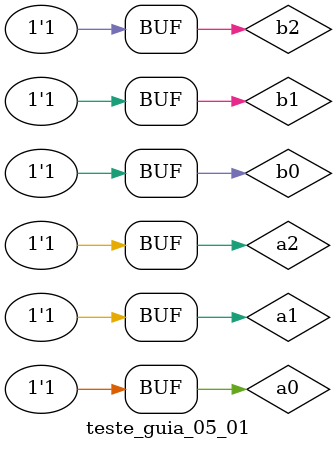
<source format=v>



module meia_soma (s0, s1, a, b);
	
	input   a, b;
	output s0, s1;
	
		// instancia	
	xor XOR1(s0,a, b);
	and AND1(s1, a, b);
	
endmodule // meia_soma


// --------------------------
// -- soma completa de 1 bit
// --------------------------

module soma_completa_1bit (s0, s1, a, b, c);
	
		// operador de soma completa de 1 bit
	
	input   a, b, c;
	output s0, s1;
	
	wire sa1, sa2, sa3;
	
		// instancia	
	meia_soma MEIA1 (sa1, sa2, a, b);
	meia_soma MEIA2 (s0, sa3, sa1, c);
	or OR1 (s1, sa2, sa3);
	
endmodule // soma_completa_1bit


// ----------------------------
// -- soma completa de 3 bits
// ----------------------------

module soma_completa_3bit (s0, s1, s2, s3, a0, a1, a2, b0, b1, b2);
	
		// operador de soma completa de 3 bits
	
	input   a0, a1, a2, b0, b1, b2;
	output s0, s1, s2, s3;
	
	wire sa1, sa2;
	
		// instancia	
	soma_completa_1bit SC1(s0, sa1, a0, b0, 0);
	soma_completa_1bit SC2(s1, sa2, a1, b1, sa1);
	soma_completa_1bit SC3(s2, s3, a2, b2, sa2);
	
endmodule // soma_completa_3bit


// ---------------------
// -- guia 05_01 teste
// ---------------------


module teste_guia_05_01;

	reg a0, a1, a2, b0, b1, b2;
	wire s0, s1, s2, s3;
	
		// instancia
	soma_completa_3bit SOMAC3B (s0, s1, s2, s3, a0, a1, a2, b0, b1, b2);

	initial begin:start
		a0=0; a1=0; a2=0; b0=0; b1=0; b2=0;
	end

		// parte principal
	initial begin:main
		$display("Guia 05_01 - Mariana Ramos de Brito - 405820");
		$display("Teste do operador de soma completa de numeros com 3 bits cada.\n");
		$display("a2a1a0 + b2b1b0 = s3s2s1s0\n");
		$monitor("%b%b%b + %b%b%b = %b%b%b%b\n", a2, a1, a0, b2, b1, b0, s3, s2, s1, s0);
		
		#1 a2=0; a1=0; a0=1; b2=0; b1=0; b0=0;
		#1 a2=0; a1=1; a0=0; b2=0; b1=0; b0=0;
		#1 a2=0; a1=1; a0=1; b2=0; b1=0; b0=0;
		#1 a2=1; a1=0; a0=0; b2=0; b1=0; b0=0;
		#1 a2=1; a1=0; a0=1; b2=0; b1=0; b0=0;
		#1 a2=1; a1=1; a0=0; b2=0; b1=0; b0=0;
		#1 a2=1; a1=1; a0=1; b2=0; b1=0; b0=0;
		
		#1 a2=0; a1=0; a0=0; b2=0; b1=0; b0=1;
		#1 a2=0; a1=0; a0=1; b2=0; b1=0; b0=1;
		#1 a2=0; a1=1; a0=0; b2=0; b1=0; b0=1;
		#1 a2=0; a1=1; a0=1; b2=0; b1=0; b0=1;
		#1 a2=1; a1=0; a0=0; b2=0; b1=0; b0=1;
		#1 a2=1; a1=0; a0=1; b2=0; b1=0; b0=1;
		#1 a2=1; a1=1; a0=0; b2=0; b1=0; b0=1;
		#1 a2=1; a1=1; a0=1; b2=0; b1=0; b0=1;
		
		#1 a2=0; a1=0; a0=0; b2=0; b1=1; b0=0;
		#1 a2=0; a1=0; a0=1; b2=0; b1=1; b0=0;
		#1 a2=0; a1=1; a0=0; b2=0; b1=1; b0=0;
		#1 a2=0; a1=1; a0=1; b2=0; b1=1; b0=0;
		#1 a2=1; a1=0; a0=0; b2=0; b1=1; b0=0;
		#1 a2=1; a1=0; a0=1; b2=0; b1=1; b0=0;
		#1 a2=1; a1=1; a0=0; b2=0; b1=1; b0=0;
		#1 a2=1; a1=1; a0=1; b2=0; b1=1; b0=0;
		
		#1 a2=0; a1=0; a0=0; b2=0; b1=1; b0=1;
		#1 a2=0; a1=0; a0=1; b2=0; b1=1; b0=1;
		#1 a2=0; a1=1; a0=0; b2=0; b1=1; b0=1;
		#1 a2=0; a1=1; a0=1; b2=0; b1=1; b0=1;
		#1 a2=1; a1=0; a0=0; b2=0; b1=1; b0=1;
		#1 a2=1; a1=0; a0=1; b2=0; b1=1; b0=1;
		#1 a2=1; a1=1; a0=0; b2=0; b1=1; b0=1;
		#1 a2=1; a1=1; a0=1; b2=0; b1=1; b0=1;
		
		#1 a2=0; a1=0; a0=0; b2=1; b1=0; b0=0;
		#1 a2=0; a1=0; a0=1; b2=1; b1=0; b0=0;
		#1 a2=0; a1=1; a0=0; b2=1; b1=0; b0=0;
		#1 a2=0; a1=1; a0=1; b2=1; b1=0; b0=0;
		#1 a2=1; a1=0; a0=0; b2=1; b1=0; b0=0;
		#1 a2=1; a1=0; a0=1; b2=1; b1=0; b0=0;
		#1 a2=1; a1=1; a0=0; b2=1; b1=0; b0=0;
		#1 a2=1; a1=1; a0=1; b2=1; b1=0; b0=0;
		
		#1 a2=0; a1=0; a0=0; b2=1; b1=0; b0=1;
		#1 a2=0; a1=0; a0=1; b2=1; b1=0; b0=1;
		#1 a2=0; a1=1; a0=0; b2=1; b1=0; b0=1;
		#1 a2=0; a1=1; a0=1; b2=1; b1=0; b0=1;
		#1 a2=1; a1=0; a0=0; b2=1; b1=0; b0=1;
		#1 a2=1; a1=0; a0=1; b2=1; b1=0; b0=1;
		#1 a2=1; a1=1; a0=0; b2=1; b1=0; b0=1;
		#1 a2=1; a1=1; a0=1; b2=1; b1=0; b0=1;
		
		#1 a2=0; a1=0; a0=0; b2=1; b1=1; b0=0;
		#1 a2=0; a1=0; a0=1; b2=1; b1=1; b0=0;
		#1 a2=0; a1=1; a0=0; b2=1; b1=1; b0=0;
		#1 a2=0; a1=1; a0=1; b2=1; b1=1; b0=0;
		#1 a2=1; a1=0; a0=0; b2=1; b1=1; b0=0;
		#1 a2=1; a1=0; a0=1; b2=1; b1=1; b0=0;
		#1 a2=1; a1=1; a0=0; b2=1; b1=1; b0=0;
		#1 a2=1; a1=1; a0=1; b2=1; b1=1; b0=0;
		
		#1 a2=0; a1=0; a0=0; b2=1; b1=1; b0=1;
		#1 a2=0; a1=0; a0=1; b2=1; b1=1; b0=1;
		#1 a2=0; a1=1; a0=0; b2=1; b1=1; b0=1;
		#1 a2=0; a1=1; a0=1; b2=1; b1=1; b0=1;
		#1 a2=1; a1=0; a0=0; b2=1; b1=1; b0=1;
		#1 a2=1; a1=0; a0=1; b2=1; b1=1; b0=1;
		#1 a2=1; a1=1; a0=0; b2=1; b1=1; b0=1;
		#1 a2=1; a1=1; a0=1; b2=1; b1=1; b0=1;
  		
	end

endmodule // guia_05_01
</source>
